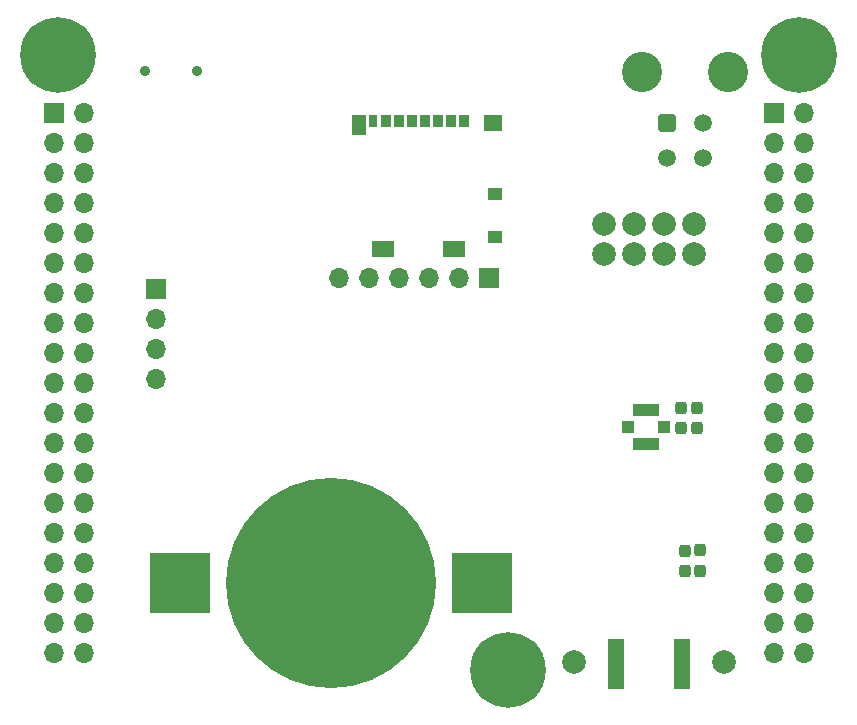
<source format=gbs>
%TF.GenerationSoftware,KiCad,Pcbnew,(6.0.1)*%
%TF.CreationDate,2022-04-28T18:35:21+02:00*%
%TF.ProjectId,STM32_NRF24_Tx,53544d33-325f-44e5-9246-32345f54782e,rev?*%
%TF.SameCoordinates,Original*%
%TF.FileFunction,Soldermask,Bot*%
%TF.FilePolarity,Negative*%
%FSLAX46Y46*%
G04 Gerber Fmt 4.6, Leading zero omitted, Abs format (unit mm)*
G04 Created by KiCad (PCBNEW (6.0.1)) date 2022-04-28 18:35:21*
%MOMM*%
%LPD*%
G01*
G04 APERTURE LIST*
G04 Aperture macros list*
%AMRoundRect*
0 Rectangle with rounded corners*
0 $1 Rounding radius*
0 $2 $3 $4 $5 $6 $7 $8 $9 X,Y pos of 4 corners*
0 Add a 4 corners polygon primitive as box body*
4,1,4,$2,$3,$4,$5,$6,$7,$8,$9,$2,$3,0*
0 Add four circle primitives for the rounded corners*
1,1,$1+$1,$2,$3*
1,1,$1+$1,$4,$5*
1,1,$1+$1,$6,$7*
1,1,$1+$1,$8,$9*
0 Add four rect primitives between the rounded corners*
20,1,$1+$1,$2,$3,$4,$5,0*
20,1,$1+$1,$4,$5,$6,$7,0*
20,1,$1+$1,$6,$7,$8,$9,0*
20,1,$1+$1,$8,$9,$2,$3,0*%
G04 Aperture macros list end*
%ADD10C,6.400000*%
%ADD11R,1.350000X4.200000*%
%ADD12C,2.000000*%
%ADD13RoundRect,0.250001X-0.499999X-0.499999X0.499999X-0.499999X0.499999X0.499999X-0.499999X0.499999X0*%
%ADD14C,1.500000*%
%ADD15C,3.410000*%
%ADD16R,1.700000X1.700000*%
%ADD17O,1.700000X1.700000*%
%ADD18C,0.900000*%
%ADD19R,0.850000X1.100000*%
%ADD20R,0.750000X1.100000*%
%ADD21R,1.200000X1.000000*%
%ADD22R,1.170000X1.800000*%
%ADD23R,1.900000X1.350000*%
%ADD24R,1.550000X1.350000*%
%ADD25R,5.100000X5.100000*%
%ADD26C,17.800000*%
%ADD27R,1.000000X1.000000*%
%ADD28R,2.200000X1.050000*%
%ADD29RoundRect,0.237500X0.237500X-0.300000X0.237500X0.300000X-0.237500X0.300000X-0.237500X-0.300000X0*%
G04 APERTURE END LIST*
D10*
%TO.C,H3*%
X171718000Y-53975000D03*
%TD*%
%TO.C,H2*%
X147080000Y-106045000D03*
%TD*%
%TO.C,H1*%
X108980000Y-53975000D03*
%TD*%
D11*
%TO.C,J7*%
X156179000Y-105537000D03*
X161829000Y-105537000D03*
%TD*%
D12*
%TO.C,U1*%
X162814000Y-68326000D03*
X152654000Y-105410000D03*
X165354000Y-105410000D03*
X162814000Y-70866000D03*
X160274000Y-68326000D03*
X160274000Y-70866000D03*
X157734000Y-68326000D03*
X157734000Y-70866000D03*
X155194000Y-68326000D03*
X155194000Y-70866000D03*
%TD*%
D13*
%TO.C,J4*%
X160552000Y-59735000D03*
D14*
X163552000Y-59735000D03*
X160552000Y-62735000D03*
X163552000Y-62735000D03*
D15*
X165702000Y-55415000D03*
X158402000Y-55415000D03*
%TD*%
D16*
%TO.C,J1*%
X145429000Y-72898000D03*
D17*
X142889000Y-72898000D03*
X140349000Y-72898000D03*
X137809000Y-72898000D03*
X135269000Y-72898000D03*
X132729000Y-72898000D03*
%TD*%
D18*
%TO.C,J5*%
X120705000Y-55372000D03*
X116305000Y-55372000D03*
%TD*%
D16*
%TO.C,J6*%
X117235000Y-73787000D03*
D17*
X117235000Y-76327000D03*
X117235000Y-78867000D03*
X117235000Y-81407000D03*
%TD*%
D16*
%TO.C,CN7*%
X108587786Y-58886786D03*
D17*
X111127786Y-58886786D03*
X108587786Y-61426786D03*
X111127786Y-61426786D03*
X108587786Y-63966786D03*
X111127786Y-63966786D03*
X108587786Y-66506786D03*
X111127786Y-66506786D03*
X108587786Y-69046786D03*
X111127786Y-69046786D03*
X108587786Y-71586786D03*
X111127786Y-71586786D03*
X108587786Y-74126786D03*
X111127786Y-74126786D03*
X108587786Y-76666786D03*
X111127786Y-76666786D03*
X108587786Y-79206786D03*
X111127786Y-79206786D03*
X108587786Y-81746786D03*
X111127786Y-81746786D03*
X108587786Y-84286786D03*
X111127786Y-84286786D03*
X108587786Y-86826786D03*
X111127786Y-86826786D03*
X108587786Y-89366786D03*
X111127786Y-89366786D03*
X108587786Y-91906786D03*
X111127786Y-91906786D03*
X108587786Y-94446786D03*
X111127786Y-94446786D03*
X108587786Y-96986786D03*
X111127786Y-96986786D03*
X108587786Y-99526786D03*
X111127786Y-99526786D03*
X108587786Y-102066786D03*
X111127786Y-102066786D03*
X108587786Y-104606786D03*
X111127786Y-104606786D03*
%TD*%
D19*
%TO.C,J2*%
X143313000Y-59574000D03*
X142213000Y-59574000D03*
X141113000Y-59574000D03*
X140013000Y-59574000D03*
X138913000Y-59574000D03*
X137813000Y-59574000D03*
X136713000Y-59574000D03*
D20*
X135663000Y-59574000D03*
D21*
X145948000Y-65724000D03*
X145948000Y-69424000D03*
D22*
X134453000Y-59924000D03*
D23*
X142448000Y-70399000D03*
X136478000Y-70399000D03*
D24*
X145773000Y-59699000D03*
%TD*%
D25*
%TO.C,BT1*%
X119294000Y-98679000D03*
D26*
X132094000Y-98679000D03*
D25*
X144894000Y-98679000D03*
%TD*%
D27*
%TO.C,J3*%
X160250000Y-85471000D03*
D28*
X158750000Y-83996000D03*
D27*
X157250000Y-85471000D03*
D28*
X158750000Y-86946000D03*
%TD*%
D29*
%TO.C,C28*%
X163322000Y-97636500D03*
X163322000Y-95911500D03*
%TD*%
D16*
%TO.C,CN10*%
X169547786Y-58886786D03*
D17*
X172087786Y-58886786D03*
X169547786Y-61426786D03*
X172087786Y-61426786D03*
X169547786Y-63966786D03*
X172087786Y-63966786D03*
X169547786Y-66506786D03*
X172087786Y-66506786D03*
X169547786Y-69046786D03*
X172087786Y-69046786D03*
X169547786Y-71586786D03*
X172087786Y-71586786D03*
X169547786Y-74126786D03*
X172087786Y-74126786D03*
X169547786Y-76666786D03*
X172087786Y-76666786D03*
X169547786Y-79206786D03*
X172087786Y-79206786D03*
X169547786Y-81746786D03*
X172087786Y-81746786D03*
X169547786Y-84286786D03*
X172087786Y-84286786D03*
X169547786Y-86826786D03*
X172087786Y-86826786D03*
X169547786Y-89366786D03*
X172087786Y-89366786D03*
X169547786Y-91906786D03*
X172087786Y-91906786D03*
X169547786Y-94446786D03*
X172087786Y-94446786D03*
X169547786Y-96986786D03*
X172087786Y-96986786D03*
X169547786Y-99526786D03*
X172087786Y-99526786D03*
X169547786Y-102066786D03*
X172087786Y-102066786D03*
X169547786Y-104606786D03*
X172087786Y-104606786D03*
%TD*%
D29*
%TO.C,C32*%
X162015200Y-97661900D03*
X162015200Y-95936900D03*
%TD*%
%TO.C,C2*%
X161671001Y-85598000D03*
X161671001Y-83873000D03*
%TD*%
%TO.C,C1*%
X163068000Y-85598000D03*
X163068000Y-83873000D03*
%TD*%
M02*

</source>
